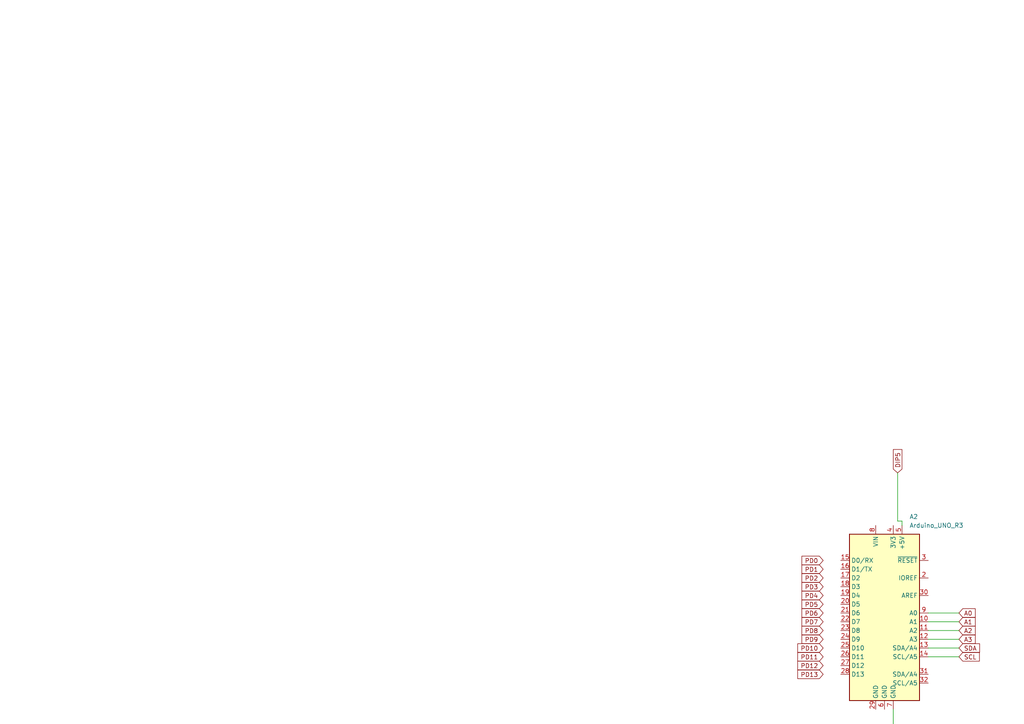
<source format=kicad_sch>
(kicad_sch (version 20250114) (generator "eeschema") (generator_version "9.0")
  (paper "A4")
  (lib_symbols
    (symbol "MCU_Module:Arduino_UNO_R3"
      (property "Reference" "A" (at -10.16 23.495 0))
      (property "Value" "Arduino_UNO_R3" (at 5.08 -26.67 0))
      (symbol "Arduino_UNO_R3_0_1"
        (rectangle (start -10.16 22.86) (end 10.16 -25.4) (stroke (width 0.254)) (fill (type background)))
      )
      (symbol "Arduino_UNO_R3_1_1"
        (pin bidirectional line (at -12.7 15.24 0) (length 2.54) (name "D0/RX") (number "15"))
        (pin bidirectional line (at -12.7 12.7 0) (length 2.54) (name "D1/TX") (number "16"))
        (pin bidirectional line (at -12.7 10.16 0) (length 2.54) (name "D2") (number "17"))
        (pin bidirectional line (at -12.7 7.62 0) (length 2.54) (name "D3") (number "18"))
        (pin bidirectional line (at -12.7 5.08 0) (length 2.54) (name "D4") (number "19"))
        (pin bidirectional line (at -12.7 2.54 0) (length 2.54) (name "D5") (number "20"))
        (pin bidirectional line (at -12.7 0 0) (length 2.54) (name "D6") (number "21"))
        (pin bidirectional line (at -12.7 -2.54 0) (length 2.54) (name "D7") (number "22"))
        (pin bidirectional line (at -12.7 -5.08 0) (length 2.54) (name "D8") (number "23"))
        (pin bidirectional line (at -12.7 -7.62 0) (length 2.54) (name "D9") (number "24"))
        (pin bidirectional line (at -12.7 -10.16 0) (length 2.54) (name "D10") (number "25"))
        (pin bidirectional line (at -12.7 -12.7 0) (length 2.54) (name "D11") (number "26"))
        (pin bidirectional line (at -12.7 -15.24 0) (length 2.54) (name "D12") (number "27"))
        (pin bidirectional line (at -12.7 -17.78 0) (length 2.54) (name "D13") (number "28"))
        (pin no_connect line (at -10.16 -20.32 0) (length 2.54) (hide yes) (name "NC") (number "1"))
        (pin power_in line (at -2.54 25.4 270) (length 2.54) (name "VIN") (number "8"))
        (pin power_in line (at -2.54 -27.94 90) (length 2.54) (name "GND") (number "29"))
        (pin power_in line (at 0 -27.94 90) (length 2.54) (name "GND") (number "6"))
        (pin power_out line (at 2.54 25.4 270) (length 2.54) (name "3V3") (number "4"))
        (pin power_in line (at 2.54 -27.94 90) (length 2.54) (name "GND") (number "7"))
        (pin power_out line (at 5.08 25.4 270) (length 2.54) (name "+5V") (number "5"))
        (pin input line (at 12.7 15.24 180) (length 2.54) (name "~{RESET}") (number "3"))
        (pin output line (at 12.7 10.16 180) (length 2.54) (name "IOREF") (number "2"))
        (pin input line (at 12.7 5.08 180) (length 2.54) (name "AREF") (number "30"))
        (pin bidirectional line (at 12.7 0 180) (length 2.54) (name "A0") (number "9"))
        (pin bidirectional line (at 12.7 -2.54 180) (length 2.54) (name "A1") (number "10"))
        (pin bidirectional line (at 12.7 -5.08 180) (length 2.54) (name "A2") (number "11"))
        (pin bidirectional line (at 12.7 -7.62 180) (length 2.54) (name "A3") (number "12"))
        (pin bidirectional line (at 12.7 -10.16 180) (length 2.54) (name "SDA/A4") (number "13"))
        (pin bidirectional line (at 12.7 -12.7 180) (length 2.54) (name "SCL/A5") (number "14"))
        (pin bidirectional line (at 12.7 -17.78 180) (length 2.54) (name "SDA/A4") (number "31"))
        (pin bidirectional line (at 12.7 -20.32 180) (length 2.54) (name "SCL/A5") (number "32"))
      )
    )
    (symbol "power:GND" (power) (pin_numbers (hide yes)) (pin_names (offset 0) (hide yes))
      (property "Value" "GND" (at 0 -3.81 0))
      (symbol "GND_0_1"
        (polyline (pts (xy 0 0) (xy 0 -1.27) (xy 1.27 -1.27) (xy 0 -2.54) (xy -1.27 -1.27) (xy 0 -1.27)))
      )
      (symbol "GND_1_1"
        (pin power_in line (at 0 0 270) (length 0) (name "~") (number "1"))
      )
    )
  )
  (wire (pts (xy 261.62 151.13) (xy 260.35 151.13)))
  (wire (pts (xy 269.24 190.5) (xy 278.13 190.5)))
  (wire (pts (xy 260.35 151.13) (xy 260.35 137.16)))
  (wire (pts (xy 269.24 185.42) (xy 278.13 185.42)))
  (wire (pts (xy 269.24 177.8) (xy 278.13 177.8)))
  (wire (pts (xy 259.08 205.74) (xy 259.08 218.44)))
  (wire (pts (xy 269.24 187.96) (xy 278.13 187.96)))
  (wire (pts (xy 269.24 182.88) (xy 278.13 182.88)))
  (wire (pts (xy 269.24 180.34) (xy 278.13 180.34)))
  (wire (pts (xy 261.62 152.4) (xy 261.62 151.13)))
  (global_label "PD3" (shape input) (at 238.76 170.18 180) (property "Intersheetrefs" "${INTERSHEET_REFS}" (effects (hide yes))))
  (global_label "A0" (shape input) (at 278.13 177.8 0) (property "Intersheetrefs" "${INTERSHEET_REFS}" (effects (hide yes))))
  (global_label "A1" (shape input) (at 278.13 180.34 0) (property "Intersheetrefs" "${INTERSHEET_REFS}" (effects (hide yes))))
  (global_label "PD5" (shape input) (at 238.76 175.26 180) (property "Intersheetrefs" "${INTERSHEET_REFS}" (effects (hide yes))))
  (global_label "PD13" (shape input) (at 238.76 195.58 180) (property "Intersheetrefs" "${INTERSHEET_REFS}" (effects (hide yes))))
  (global_label "PD4" (shape input) (at 238.76 172.72 180) (property "Intersheetrefs" "${INTERSHEET_REFS}" (effects (hide yes))))
  (global_label "PD2" (shape input) (at 238.76 167.64 180) (property "Intersheetrefs" "${INTERSHEET_REFS}" (effects (hide yes))))
  (global_label "A2" (shape input) (at 278.13 182.88 0) (property "Intersheetrefs" "${INTERSHEET_REFS}" (effects (hide yes))))
  (global_label "PD11" (shape input) (at 238.76 190.5 180) (property "Intersheetrefs" "${INTERSHEET_REFS}" (effects (hide yes))))
  (global_label "SCL" (shape input) (at 278.13 190.5 0) (property "Intersheetrefs" "${INTERSHEET_REFS}" (effects (hide yes))))
  (global_label "PD7" (shape input) (at 238.76 180.34 180) (property "Intersheetrefs" "${INTERSHEET_REFS}" (effects (hide yes))))
  (global_label "PD1" (shape input) (at 238.76 165.1 180) (property "Intersheetrefs" "${INTERSHEET_REFS}" (effects (hide yes))))
  (global_label "PD0" (shape input) (at 238.76 162.56 180) (property "Intersheetrefs" "${INTERSHEET_REFS}" (effects (hide yes))))
  (global_label "DIP5" (shape input) (at 260.35 137.16 90) (property "Intersheetrefs" "${INTERSHEET_REFS}" (effects (hide yes))))
  (global_label "PD9" (shape input) (at 238.76 185.42 180) (property "Intersheetrefs" "${INTERSHEET_REFS}" (effects (hide yes))))
  (global_label "PD10" (shape input) (at 238.76 187.96 180) (property "Intersheetrefs" "${INTERSHEET_REFS}" (effects (hide yes))))
  (global_label "A3" (shape input) (at 278.13 185.42 0) (property "Intersheetrefs" "${INTERSHEET_REFS}" (effects (hide yes))))
  (global_label "SDA" (shape input) (at 278.13 187.96 0) (property "Intersheetrefs" "${INTERSHEET_REFS}" (effects (hide yes))))
  (global_label "PD8" (shape input) (at 238.76 182.88 180) (property "Intersheetrefs" "${INTERSHEET_REFS}" (effects (hide yes))))
  (global_label "PD6" (shape input) (at 238.76 177.8 180) (property "Intersheetrefs" "${INTERSHEET_REFS}" (effects (hide yes))))
  (global_label "PD12" (shape input) (at 238.76 193.04 180) (property "Intersheetrefs" "${INTERSHEET_REFS}" (effects (hide yes))))
  (symbol (lib_id "power:GND") (at 259.08 218.44 0) (unit 1)
    (property "Reference" "#PWR031" (effects (hide yes)))
    (property "Value" "GND" (at 259.207 221.6912 90) (effects (justify right)))
  )
  (symbol (lib_id "MCU_Module:Arduino_UNO_R3") (at 256.54 177.8 0) (unit 1)
    (property "Reference" "A2" (at 263.7633 149.86 0) (effects (justify left)))
    (property "Value" "Arduino_UNO_R3" (at 263.7633 152.4 0) (effects (justify left)))
    (property "Footprint" "Module:Arduino_UNO_R3" (effects (hide yes)))
    (property "Datasheet" "https://www.arduino.cc/en/Main/arduinoBoardUno" (effects (hide yes)))
    (property "Description" "Arduino UNO Microcontroller Module, release 3" (effects (hide yes)))
  )
)
</source>
